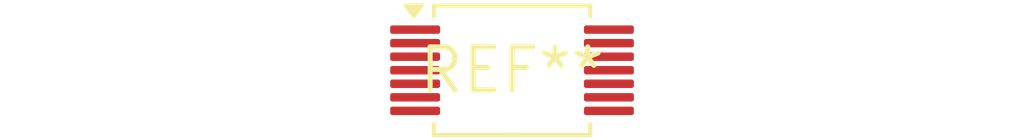
<source format=kicad_pcb>
(kicad_pcb (version 20240108) (generator pcbnew)
  (layers (0 "F.Cu" signal) (31 "B.Cu" signal) (34 "B.Paste" user) (35 "F.Paste" user) (36 "B.SilkS" user "B.Silkscreen") (37 "F.SilkS" user "F.Silkscreen") (38 "B.Mask" user) (39 "F.Mask" user) (44 "Edge.Cuts" user))
  (net 0 "")
  (footprint "TSSOP-14_4.4x3.6mm_P0.4mm" (layer "F.Cu") (at 0 0)
    (property "Reference" "REF**")
    (property "Value" "TSSOP-14_4.4x3.6mm_P0.4mm")
    (fp_line (start -2.31 -1.91) (end -2.31 -1.585) (layer "F.SilkS") (stroke (width 0.12)))
    (fp_line (start -2.31 1.91) (end -2.31 1.585) (layer "F.SilkS") (stroke (width 0.12)))
    (fp_line (start 0 -1.91) (end -2.31 -1.91) (layer "F.SilkS") (stroke (width 0.12)))
    (fp_line (start 0 -1.91) (end 2.31 -1.91) (layer "F.SilkS") (stroke (width 0.12)))
    (fp_line (start 0 1.91) (end -2.31 1.91) (layer "F.SilkS") (stroke (width 0.12)))
    (fp_line (start 0 1.91) (end 2.31 1.91) (layer "F.SilkS") (stroke (width 0.12)))
    (fp_line (start 2.31 -1.91) (end 2.31 -1.585) (layer "F.SilkS") (stroke (width 0.12)))
    (fp_line (start 2.31 1.91) (end 2.31 1.585) (layer "F.SilkS") (stroke (width 0.12)))
    (fp_poly (pts (xy -2.9 -1.585) (xy -3.14 -1.915) (xy -2.66 -1.915) (xy -2.9 -1.585)) (layer "F.SilkS") (stroke (width 0.12)) (fill solid))
    (pad "1" smd roundrect (at -2.8625 -1.2) (size 1.475 0.25) (layers "F.Cu" "F.Paste" "F.Mask"))
    (pad "2" smd roundrect (at -2.8625 -0.8) (size 1.475 0.25) (layers "F.Cu" "F.Paste" "F.Mask"))
    (pad "3" smd roundrect (at -2.8625 -0.4) (size 1.475 0.25) (layers "F.Cu" "F.Paste" "F.Mask"))
    (pad "4" smd roundrect (at -2.8625 0) (size 1.475 0.25) (layers "F.Cu" "F.Paste" "F.Mask"))
    (pad "5" smd roundrect (at -2.8625 0.4) (size 1.475 0.25) (layers "F.Cu" "F.Paste" "F.Mask"))
    (pad "6" smd roundrect (at -2.8625 0.8) (size 1.475 0.25) (layers "F.Cu" "F.Paste" "F.Mask"))
    (pad "7" smd roundrect (at -2.8625 1.2) (size 1.475 0.25) (layers "F.Cu" "F.Paste" "F.Mask"))
    (pad "8" smd roundrect (at 2.8625 1.2) (size 1.475 0.25) (layers "F.Cu" "F.Paste" "F.Mask"))
    (pad "9" smd roundrect (at 2.8625 0.8) (size 1.475 0.25) (layers "F.Cu" "F.Paste" "F.Mask"))
    (pad "10" smd roundrect (at 2.8625 0.4) (size 1.475 0.25) (layers "F.Cu" "F.Paste" "F.Mask"))
    (pad "11" smd roundrect (at 2.8625 0) (size 1.475 0.25) (layers "F.Cu" "F.Paste" "F.Mask"))
    (pad "12" smd roundrect (at 2.8625 -0.4) (size 1.475 0.25) (layers "F.Cu" "F.Paste" "F.Mask"))
    (pad "13" smd roundrect (at 2.8625 -0.8) (size 1.475 0.25) (layers "F.Cu" "F.Paste" "F.Mask"))
    (pad "14" smd roundrect (at 2.8625 -1.2) (size 1.475 0.25) (layers "F.Cu" "F.Paste" "F.Mask"))
  )
)
</source>
